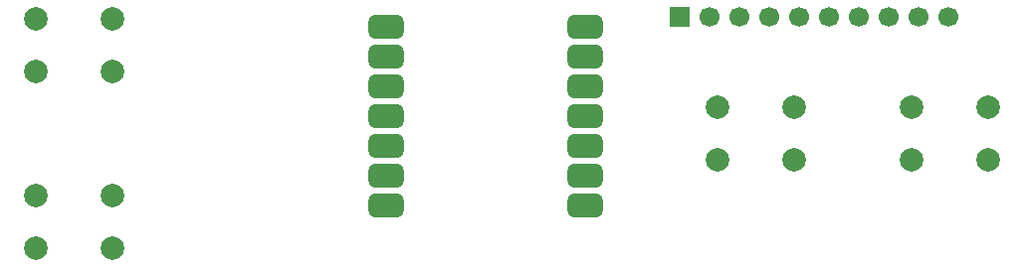
<source format=gbr>
%TF.GenerationSoftware,KiCad,Pcbnew,9.0.1*%
%TF.CreationDate,2025-07-14T13:59:50-05:00*%
%TF.ProjectId,Cardbot Controller,43617264-626f-4742-9043-6f6e74726f6c,rev?*%
%TF.SameCoordinates,Original*%
%TF.FileFunction,Soldermask,Top*%
%TF.FilePolarity,Negative*%
%FSLAX46Y46*%
G04 Gerber Fmt 4.6, Leading zero omitted, Abs format (unit mm)*
G04 Created by KiCad (PCBNEW 9.0.1) date 2025-07-14 13:59:50*
%MOMM*%
%LPD*%
G01*
G04 APERTURE LIST*
G04 Aperture macros list*
%AMRoundRect*
0 Rectangle with rounded corners*
0 $1 Rounding radius*
0 $2 $3 $4 $5 $6 $7 $8 $9 X,Y pos of 4 corners*
0 Add a 4 corners polygon primitive as box body*
4,1,4,$2,$3,$4,$5,$6,$7,$8,$9,$2,$3,0*
0 Add four circle primitives for the rounded corners*
1,1,$1+$1,$2,$3*
1,1,$1+$1,$4,$5*
1,1,$1+$1,$6,$7*
1,1,$1+$1,$8,$9*
0 Add four rect primitives between the rounded corners*
20,1,$1+$1,$2,$3,$4,$5,0*
20,1,$1+$1,$4,$5,$6,$7,0*
20,1,$1+$1,$6,$7,$8,$9,0*
20,1,$1+$1,$8,$9,$2,$3,0*%
G04 Aperture macros list end*
%ADD10RoundRect,0.500000X-1.000000X-0.500000X1.000000X-0.500000X1.000000X0.500000X-1.000000X0.500000X0*%
%ADD11C,2.000000*%
%ADD12R,1.700000X1.700000*%
%ADD13C,1.700000*%
G04 APERTURE END LIST*
D10*
%TO.C,U1*%
X131500000Y-57380000D03*
X131500000Y-59920000D03*
X131500000Y-62460000D03*
X131500000Y-65000000D03*
X131500000Y-67540000D03*
X131500000Y-70080000D03*
X131500000Y-72620000D03*
X148500000Y-72620000D03*
X148500000Y-70080000D03*
X148500000Y-67540000D03*
X148500000Y-65000000D03*
X148500000Y-62460000D03*
X148500000Y-59920000D03*
X148500000Y-57380000D03*
%TD*%
D11*
%TO.C,SW1*%
X101750000Y-56678000D03*
X108250000Y-56678000D03*
X101750000Y-61178000D03*
X108250000Y-61178000D03*
%TD*%
D12*
%TO.C,J1*%
X156500000Y-56500000D03*
D13*
X159040000Y-56500000D03*
X161580000Y-56500000D03*
X164120000Y-56500000D03*
X166660000Y-56500000D03*
X169200000Y-56500000D03*
X171740000Y-56500000D03*
X174280000Y-56500000D03*
X176820000Y-56500000D03*
X179360000Y-56500000D03*
%TD*%
D11*
%TO.C,SW4*%
X176250000Y-64250000D03*
X182750000Y-64250000D03*
X176250000Y-68750000D03*
X182750000Y-68750000D03*
%TD*%
%TO.C,SW3*%
X159750000Y-64250000D03*
X166250000Y-64250000D03*
X159750000Y-68750000D03*
X166250000Y-68750000D03*
%TD*%
%TO.C,SW2*%
X101750000Y-71750000D03*
X108250000Y-71750000D03*
X101750000Y-76250000D03*
X108250000Y-76250000D03*
%TD*%
M02*

</source>
